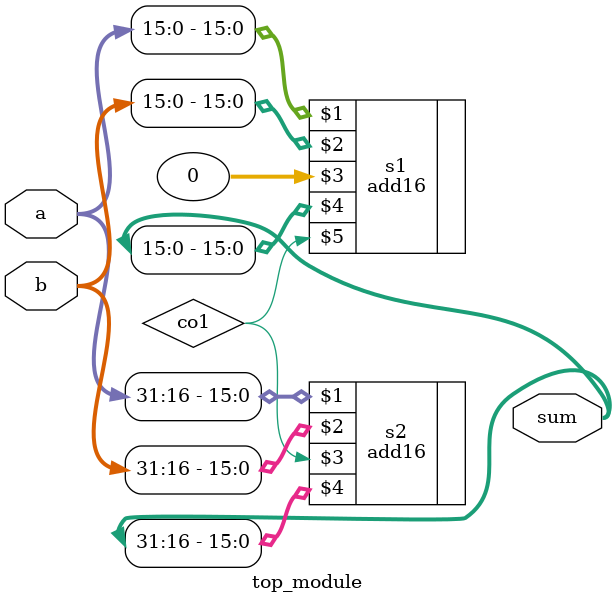
<source format=v>




module top_module(
    input [31:0] a,
    input [31:0] b,
    output [31:0] sum
);
    wire co1,co2;
    add16 s1(a[15:0],b[15:0],0,sum[15:0],co1);
    add16 s2(a[31:16],b[31:16],co1,sum[31:16]);
endmodule

</source>
